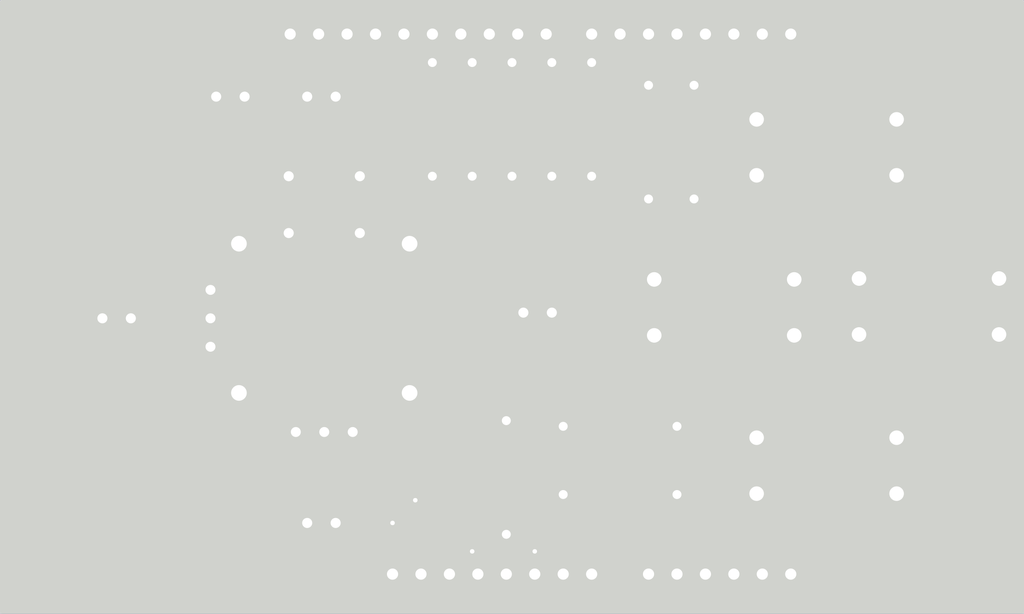
<source format=kicad_pcb>
(kicad_pcb (version 20171130) (host pcbnew "(5.1.6)-1")
  (title_block (title "Joystick Follower") (date 2020-10-09) (rev A) (company "SDSU Mechatronics"))
  (layers (0 F.Cu signal) (31 B.Cu signal) (34 B.Paste user) (35 F.Paste user) (36 B.SilkS user) (37 F.SilkS user) (38 B.Mask user) (39 F.Mask user) (44 Edge.Cuts user))
  (net 0 "")
  (net 1 "Net-(A1-Pad16)")
  (net 2 "Net-(A1-Pad15)")
  (net 3 "Net-(A1-Pad30)")
  (net 4 "Net-(A1-Pad14)")
  (net 5 GND)
  (net 6 "Net-(A1-Pad13)")
  (net 7 "Net-(A1-Pad28)")
  (net 8 "Net-(A1-Pad12)")
  (net 9 "Net-(A1-Pad27)")
  (net 10 "Net-(A1-Pad11)")
  (net 11 "Net-(A1-Pad26)")
  (net 12 "Net-(A1-Pad10)")
  (net 13 "Net-(A1-Pad25)")
  (net 14 "Net-(A1-Pad9)")
  (net 15 "Net-(A1-Pad24)")
  (net 16 "Net-(A1-Pad8)")
  (net 17 "Net-(A1-Pad23)")
  (net 18 "Net-(A1-Pad22)")
  (net 19 "Net-(A1-Pad21)")
  (net 20 /5V)
  (net 21 "Net-(A1-Pad20)")
  (net 22 "Net-(A1-Pad4)")
  (net 23 "Net-(A1-Pad19)")
  (net 24 "Net-(A1-Pad3)")
  (net 25 "Net-(A1-Pad18)")
  (net 26 "Net-(A1-Pad2)")
  (net 27 B1)
  (net 28 "Net-(A1-Pad1)")
  (net 29 "Net-(A1-Pad31)")
  (net 30 "Net-(A1-Pad32)")
  (net 31 "Net-(D1-Pad2)")
  (net 32 "Net-(D2-Pad2)")
  (net 33 "Net-(D3-Pad2)")
  (net 34 "Net-(D4-Pad2)")
  (net 35 "Net-(D5-Pad2)")
  (module COM-09032:XDCR_COM-09032 (layer F.Cu) (at 145.796 109.22)
    (fp_text reference U1 (at -2.625 -15.235) (layer F.SilkS) (effects (font (thickness 0.015))))
    (fp_text value COM-09032)
    (fp_line (start -6.07 -8) (end -5.45 -8) (layer F.SilkS) (width 0.127))
    (fp_line (start -5.45 -8) (end -5.45 -14.3) (layer F.SilkS) (width 0.127))
    (fp_line (start -5.45 -14.3) (end 5.45 -14.3) (layer F.SilkS) (width 0.127))
    (fp_line (start 5.45 -14.3) (end 5.45 -8) (layer F.SilkS) (width 0.127))
    (fp_line (start 5.45 -8) (end 6.08 -8) (layer F.SilkS) (width 0.127))
    (fp_line (start 7.95 -4.1) (end 9.5 -4.1) (layer F.SilkS) (width 0.127))
    (fp_line (start 9.5 -4.1) (end 9.5 4) (layer F.SilkS) (width 0.127))
    (fp_line (start 9.5 4) (end 7.95 4) (layer F.SilkS) (width 0.127))
    (fp_line (start 7.95 4) (end 7.95 5.12) (layer F.SilkS) (width 0.127))
    (fp_line (start 6.08 7.9) (end 4.85 7.9) (layer F.SilkS) (width 0.127))
    (fp_line (start 4.85 7.9) (end 4.85 11.1) (layer F.SilkS) (width 0.127))
    (fp_line (start -4.85 11.1) (end -4.85 7.9) (layer F.SilkS) (width 0.127))
    (fp_line (start -4.85 7.9) (end -6.07 7.9) (layer F.SilkS) (width 0.127))
    (fp_line (start -7.95 5.17) (end -7.95 4.9) (layer F.SilkS) (width 0.127))
    (fp_line (start -7.95 4.9) (end -11.1 4.9) (layer F.SilkS) (width 0.127))
    (fp_line (start -11.1 4.9) (end -11.1 -4.9) (layer F.SilkS) (width 0.127))
    (fp_line (start -11.1 -4.9) (end -7.95 -4.9) (layer F.SilkS) (width 0.127))
    (fp_circle (center -6.05 -13.35) (end -5.95 -13.35) (layer F.SilkS) (width 0.2))
    (pad V3 thru_hole circle (at -10.16 2.54) (size 1.778 1.778) (drill 0.889) (layers *.Cu *.Mask) (net 5 GND))
    (pad V2 thru_hole circle (at -10.16 0) (size 1.778 1.778) (drill 0.889) (layers *.Cu *.Mask) (net 14 "Net-(A1-Pad9)"))
    (pad V1 thru_hole circle (at -10.16 -2.54) (size 1.778 1.778) (drill 0.889) (layers *.Cu *.Mask) (net 20 /5V))
    (pad S4 thru_hole circle (at 7.62 -6.6675) (size 2.286 2.286) (drill 1.397) (layers *.Cu *.Mask) (net 5 GND))
    (pad S3 thru_hole circle (at 7.62 6.6675) (size 2.286 2.286) (drill 1.397) (layers *.Cu *.Mask) (net 5 GND))
    (pad S2 thru_hole circle (at -7.62 6.6675) (size 2.286 2.286) (drill 1.397) (layers *.Cu *.Mask) (net 5 GND))
    (pad S1 thru_hole circle (at -7.62 -6.6675) (size 2.286 2.286) (drill 1.397) (layers *.Cu *.Mask) (net 5 GND))
    (pad H3 thru_hole circle (at 2.54 10.16) (size 1.778 1.778) (drill 0.889) (layers *.Cu *.Mask) (net 5 GND))
    (pad H2 thru_hole circle (at 0 10.16) (size 1.778 1.778) (drill 0.889) (layers *.Cu *.Mask) (net 12 "Net-(A1-Pad10)"))
    (pad H1 thru_hole circle (at -2.54 10.16) (size 1.778 1.778) (drill 0.889) (layers *.Cu *.Mask) (net 20 /5V))
    (pad B2B thru_hole circle (at 3.175 -7.62) (size 1.778 1.778) (drill 0.9) (layers *.Cu *.Mask))
    (pad B2A thru_hole circle (at -3.175 -7.62) (size 1.778 1.778) (drill 0.9) (layers *.Cu *.Mask) (net 5 GND))
    (pad B1B thru_hole circle (at 3.175 -12.7) (size 1.778 1.778) (drill 0.9) (layers *.Cu *.Mask))
    (pad B1A thru_hole circle (at -3.175 -12.7) (size 1.778 1.778) (drill 0.9) (layers *.Cu *.Mask) (net 27 B1))
  )
  (module Button_Switch_THT:SW_PUSH-12mm (layer F.Cu) (at 184.404 119.888)
    (fp_text reference SW4 (at 6.08 -4.66) (layer F.SilkS))
    (fp_text value SW_Push)
    (fp_line (start 0.1 -3.65) (end 12.4 -3.65) (layer F.SilkS) (width 0.12))
    (fp_line (start 12.4 0.93) (end 12.4 4.07) (layer F.SilkS) (width 0.12))
    (fp_line (start 12.4 8.65) (end 0.1 8.65) (layer F.SilkS) (width 0.12))
    (fp_line (start 0.1 -0.93) (end 0.1 -3.65) (layer F.SilkS) (width 0.12))
    (fp_circle (center 6.35 2.54) (end 10.16 5.08) (layer F.SilkS) (width 0.12))
    (fp_line (start 0.1 8.65) (end 0.1 5.93) (layer F.SilkS) (width 0.12))
    (fp_line (start 0.1 4.07) (end 0.1 0.93) (layer F.SilkS) (width 0.12))
    (fp_line (start 12.4 5.93) (end 12.4 8.65) (layer F.SilkS) (width 0.12))
    (fp_line (start 12.4 -3.65) (end 12.4 -0.93) (layer F.SilkS) (width 0.12))
    (pad 2 thru_hole oval (at 0 5) (size 3.048 1.85) (drill 1.3) (layers *.Cu *.Mask) (net 19 "Net-(A1-Pad21)"))
    (pad 1 thru_hole oval (at 0 0) (size 3.048 1.85) (drill 1.3) (layers *.Cu *.Mask) (net 5 GND))
    (pad 2 thru_hole oval (at 12.5 5) (size 3.048 1.85) (drill 1.3) (layers *.Cu *.Mask) (net 19 "Net-(A1-Pad21)"))
    (pad 1 thru_hole oval (at 12.5 0) (size 3.048 1.85) (drill 1.3) (layers *.Cu *.Mask) (net 5 GND))
  )
  (module Button_Switch_THT:SW_PUSH-12mm (layer F.Cu) (at 175.26 105.744)
    (fp_text reference SW3 (at 6.08 -4.66) (layer F.SilkS))
    (fp_text value SW_Push)
    (fp_line (start 0.1 -3.65) (end 12.4 -3.65) (layer F.SilkS) (width 0.12))
    (fp_line (start 12.4 0.93) (end 12.4 4.07) (layer F.SilkS) (width 0.12))
    (fp_line (start 12.4 8.65) (end 0.1 8.65) (layer F.SilkS) (width 0.12))
    (fp_line (start 0.1 -0.93) (end 0.1 -3.65) (layer F.SilkS) (width 0.12))
    (fp_circle (center 6.35 2.54) (end 10.16 5.08) (layer F.SilkS) (width 0.12))
    (fp_line (start 0.1 8.65) (end 0.1 5.93) (layer F.SilkS) (width 0.12))
    (fp_line (start 0.1 4.07) (end 0.1 0.93) (layer F.SilkS) (width 0.12))
    (fp_line (start 12.4 5.93) (end 12.4 8.65) (layer F.SilkS) (width 0.12))
    (fp_line (start 12.4 -3.65) (end 12.4 -0.93) (layer F.SilkS) (width 0.12))
    (pad 2 thru_hole oval (at 0 5) (size 3.048 1.85) (drill 1.3) (layers *.Cu *.Mask) (net 21 "Net-(A1-Pad20)"))
    (pad 1 thru_hole oval (at 0 0) (size 3.048 1.85) (drill 1.3) (layers *.Cu *.Mask) (net 5 GND))
    (pad 2 thru_hole oval (at 12.5 5) (size 3.048 1.85) (drill 1.3) (layers *.Cu *.Mask) (net 21 "Net-(A1-Pad20)"))
    (pad 1 thru_hole oval (at 12.5 0) (size 3.048 1.85) (drill 1.3) (layers *.Cu *.Mask) (net 5 GND))
  )
  (module Button_Switch_THT:SW_PUSH-12mm (layer F.Cu) (at 193.548 105.664)
    (fp_text reference SW2 (at 6.08 -4.66) (layer F.SilkS))
    (fp_text value SW_Push)
    (fp_line (start 0.1 -3.65) (end 12.4 -3.65) (layer F.SilkS) (width 0.12))
    (fp_line (start 12.4 0.93) (end 12.4 4.07) (layer F.SilkS) (width 0.12))
    (fp_line (start 12.4 8.65) (end 0.1 8.65) (layer F.SilkS) (width 0.12))
    (fp_line (start 0.1 -0.93) (end 0.1 -3.65) (layer F.SilkS) (width 0.12))
    (fp_circle (center 6.35 2.54) (end 10.16 5.08) (layer F.SilkS) (width 0.12))
    (fp_line (start 0.1 8.65) (end 0.1 5.93) (layer F.SilkS) (width 0.12))
    (fp_line (start 0.1 4.07) (end 0.1 0.93) (layer F.SilkS) (width 0.12))
    (fp_line (start 12.4 5.93) (end 12.4 8.65) (layer F.SilkS) (width 0.12))
    (fp_line (start 12.4 -3.65) (end 12.4 -0.93) (layer F.SilkS) (width 0.12))
    (pad 2 thru_hole oval (at 0 5) (size 3.048 1.85) (drill 1.3) (layers *.Cu *.Mask) (net 23 "Net-(A1-Pad19)"))
    (pad 1 thru_hole oval (at 0 0) (size 3.048 1.85) (drill 1.3) (layers *.Cu *.Mask) (net 5 GND))
    (pad 2 thru_hole oval (at 12.5 5) (size 3.048 1.85) (drill 1.3) (layers *.Cu *.Mask) (net 23 "Net-(A1-Pad19)"))
    (pad 1 thru_hole oval (at 12.5 0) (size 3.048 1.85) (drill 1.3) (layers *.Cu *.Mask) (net 5 GND))
  )
  (module Button_Switch_THT:SW_PUSH-12mm (layer F.Cu) (at 184.404 91.44)
    (fp_text reference SW1 (at 6.08 -4.66) (layer F.SilkS))
    (fp_text value SW_Push)
    (fp_line (start 0.1 -3.65) (end 12.4 -3.65) (layer F.SilkS) (width 0.12))
    (fp_line (start 12.4 0.93) (end 12.4 4.07) (layer F.SilkS) (width 0.12))
    (fp_line (start 12.4 8.65) (end 0.1 8.65) (layer F.SilkS) (width 0.12))
    (fp_line (start 0.1 -0.93) (end 0.1 -3.65) (layer F.SilkS) (width 0.12))
    (fp_circle (center 6.35 2.54) (end 10.16 5.08) (layer F.SilkS) (width 0.12))
    (fp_line (start 0.1 8.65) (end 0.1 5.93) (layer F.SilkS) (width 0.12))
    (fp_line (start 0.1 4.07) (end 0.1 0.93) (layer F.SilkS) (width 0.12))
    (fp_line (start 12.4 5.93) (end 12.4 8.65) (layer F.SilkS) (width 0.12))
    (fp_line (start 12.4 -3.65) (end 12.4 -0.93) (layer F.SilkS) (width 0.12))
    (pad 2 thru_hole oval (at 0 5) (size 3.048 1.85) (drill 1.3) (layers *.Cu *.Mask) (net 25 "Net-(A1-Pad18)"))
    (pad 1 thru_hole oval (at 0 0) (size 3.048 1.85) (drill 1.3) (layers *.Cu *.Mask) (net 5 GND))
    (pad 2 thru_hole oval (at 12.5 5) (size 3.048 1.85) (drill 1.3) (layers *.Cu *.Mask) (net 25 "Net-(A1-Pad18)"))
    (pad 1 thru_hole oval (at 12.5 0) (size 3.048 1.85) (drill 1.3) (layers *.Cu *.Mask) (net 5 GND))
  )
  (module Resistor_THT:R_Axial_DIN0207_L6.3mm_D2.5mm_P10.16mm_Horizontal (layer F.Cu) (at 178.816 88.392 270)
    (fp_text reference R10 (at 5.08 -2.37 90) (layer F.SilkS))
    (fp_text value 10K)
    (fp_line (start 1.81 -1.37) (end 1.81 1.37) (layer F.SilkS) (width 0.12))
    (fp_line (start 1.81 1.37) (end 8.35 1.37) (layer F.SilkS) (width 0.12))
    (fp_line (start 8.35 1.37) (end 8.35 -1.37) (layer F.SilkS) (width 0.12))
    (fp_line (start 8.35 -1.37) (end 1.81 -1.37) (layer F.SilkS) (width 0.12))
    (fp_line (start 1.04 0) (end 1.81 0) (layer F.SilkS) (width 0.12))
    (fp_line (start 9.12 0) (end 8.35 0) (layer F.SilkS) (width 0.12))
    (pad 2 thru_hole oval (at 10.16 0 270) (size 1.6 1.6) (drill 0.8) (layers *.Cu *.Mask) (net 20 /5V))
    (pad 1 thru_hole circle (at 0 0 270) (size 1.6 1.6) (drill 0.8) (layers *.Cu *.Mask) (net 27 B1))
  )
  (module Resistor_THT:R_Axial_DIN0207_L6.3mm_D2.5mm_P10.16mm_Horizontal (layer F.Cu) (at 174.752 98.552 90)
    (fp_text reference R9 (at 5.08 -2.37 90) (layer F.SilkS))
    (fp_text value 10K)
    (fp_line (start 1.81 -1.37) (end 1.81 1.37) (layer F.SilkS) (width 0.12))
    (fp_line (start 1.81 1.37) (end 8.35 1.37) (layer F.SilkS) (width 0.12))
    (fp_line (start 8.35 1.37) (end 8.35 -1.37) (layer F.SilkS) (width 0.12))
    (fp_line (start 8.35 -1.37) (end 1.81 -1.37) (layer F.SilkS) (width 0.12))
    (fp_line (start 1.04 0) (end 1.81 0) (layer F.SilkS) (width 0.12))
    (fp_line (start 9.12 0) (end 8.35 0) (layer F.SilkS) (width 0.12))
    (pad 2 thru_hole oval (at 10.16 0 90) (size 1.6 1.6) (drill 0.8) (layers *.Cu *.Mask) (net 25 "Net-(A1-Pad18)"))
    (pad 1 thru_hole circle (at 0 0 90) (size 1.6 1.6) (drill 0.8) (layers *.Cu *.Mask) (net 20 /5V))
  )
  (module Resistor_THT:R_Axial_DIN0207_L6.3mm_D2.5mm_P10.16mm_Horizontal (layer F.Cu) (at 167.132 118.872)
    (fp_text reference R8 (at 5.08 -2.37) (layer F.SilkS))
    (fp_text value 10K)
    (fp_line (start 1.81 -1.37) (end 1.81 1.37) (layer F.SilkS) (width 0.12))
    (fp_line (start 1.81 1.37) (end 8.35 1.37) (layer F.SilkS) (width 0.12))
    (fp_line (start 8.35 1.37) (end 8.35 -1.37) (layer F.SilkS) (width 0.12))
    (fp_line (start 8.35 -1.37) (end 1.81 -1.37) (layer F.SilkS) (width 0.12))
    (fp_line (start 1.04 0) (end 1.81 0) (layer F.SilkS) (width 0.12))
    (fp_line (start 9.12 0) (end 8.35 0) (layer F.SilkS) (width 0.12))
    (pad 2 thru_hole oval (at 10.16 0) (size 1.6 1.6) (drill 0.8) (layers *.Cu *.Mask) (net 23 "Net-(A1-Pad19)"))
    (pad 1 thru_hole circle (at 0 0) (size 1.6 1.6) (drill 0.8) (layers *.Cu *.Mask) (net 20 /5V))
  )
  (module Resistor_THT:R_Axial_DIN0207_L6.3mm_D2.5mm_P10.16mm_Horizontal (layer F.Cu) (at 162.052 128.524 90)
    (fp_text reference R7 (at 5.08 -2.37 90) (layer F.SilkS))
    (fp_text value 10K)
    (fp_line (start 1.81 -1.37) (end 1.81 1.37) (layer F.SilkS) (width 0.12))
    (fp_line (start 1.81 1.37) (end 8.35 1.37) (layer F.SilkS) (width 0.12))
    (fp_line (start 8.35 1.37) (end 8.35 -1.37) (layer F.SilkS) (width 0.12))
    (fp_line (start 8.35 -1.37) (end 1.81 -1.37) (layer F.SilkS) (width 0.12))
    (fp_line (start 1.04 0) (end 1.81 0) (layer F.SilkS) (width 0.12))
    (fp_line (start 9.12 0) (end 8.35 0) (layer F.SilkS) (width 0.12))
    (pad 2 thru_hole oval (at 10.16 0 90) (size 1.6 1.6) (drill 0.8) (layers *.Cu *.Mask) (net 21 "Net-(A1-Pad20)"))
    (pad 1 thru_hole circle (at 0 0 90) (size 1.6 1.6) (drill 0.8) (layers *.Cu *.Mask) (net 20 /5V))
  )
  (module Resistor_THT:R_Axial_DIN0207_L6.3mm_D2.5mm_P10.16mm_Horizontal (layer F.Cu) (at 159.004 86.36 270)
    (fp_text reference R6 (at 12.192 0 180) (layer F.SilkS))
    (fp_text value 160)
    (fp_line (start 1.81 -1.37) (end 1.81 1.37) (layer F.SilkS) (width 0.12))
    (fp_line (start 1.81 1.37) (end 8.35 1.37) (layer F.SilkS) (width 0.12))
    (fp_line (start 8.35 1.37) (end 8.35 -1.37) (layer F.SilkS) (width 0.12))
    (fp_line (start 8.35 -1.37) (end 1.81 -1.37) (layer F.SilkS) (width 0.12))
    (fp_line (start 1.04 0) (end 1.81 0) (layer F.SilkS) (width 0.12))
    (fp_line (start 9.12 0) (end 8.35 0) (layer F.SilkS) (width 0.12))
    (pad 2 thru_hole oval (at 10.16 0 270) (size 1.6 1.6) (drill 0.8) (layers *.Cu *.Mask) (net 34 "Net-(D4-Pad2)"))
    (pad 1 thru_hole circle (at 0 0 270) (size 1.6 1.6) (drill 0.8) (layers *.Cu *.Mask) (net 13 "Net-(A1-Pad25)"))
  )
  (module Resistor_THT:R_Axial_DIN0207_L6.3mm_D2.5mm_P10.16mm_Horizontal (layer F.Cu) (at 155.448 86.36 270)
    (fp_text reference R5 (at 12.192 0 180) (layer F.SilkS))
    (fp_text value 160)
    (fp_line (start 1.81 -1.37) (end 1.81 1.37) (layer F.SilkS) (width 0.12))
    (fp_line (start 1.81 1.37) (end 8.35 1.37) (layer F.SilkS) (width 0.12))
    (fp_line (start 8.35 1.37) (end 8.35 -1.37) (layer F.SilkS) (width 0.12))
    (fp_line (start 8.35 -1.37) (end 1.81 -1.37) (layer F.SilkS) (width 0.12))
    (fp_line (start 1.04 0) (end 1.81 0) (layer F.SilkS) (width 0.12))
    (fp_line (start 9.12 0) (end 8.35 0) (layer F.SilkS) (width 0.12))
    (pad 2 thru_hole oval (at 10.16 0 270) (size 1.6 1.6) (drill 0.8) (layers *.Cu *.Mask) (net 35 "Net-(D5-Pad2)"))
    (pad 1 thru_hole circle (at 0 0 270) (size 1.6 1.6) (drill 0.8) (layers *.Cu *.Mask) (net 11 "Net-(A1-Pad26)"))
  )
  (module Resistor_THT:R_Axial_DIN0207_L6.3mm_D2.5mm_P10.16mm_Horizontal (layer F.Cu) (at 162.56 86.36 270)
    (fp_text reference R4 (at 12.192 0 180) (layer F.SilkS))
    (fp_text value 160)
    (fp_line (start 1.81 -1.37) (end 1.81 1.37) (layer F.SilkS) (width 0.12))
    (fp_line (start 1.81 1.37) (end 8.35 1.37) (layer F.SilkS) (width 0.12))
    (fp_line (start 8.35 1.37) (end 8.35 -1.37) (layer F.SilkS) (width 0.12))
    (fp_line (start 8.35 -1.37) (end 1.81 -1.37) (layer F.SilkS) (width 0.12))
    (fp_line (start 1.04 0) (end 1.81 0) (layer F.SilkS) (width 0.12))
    (fp_line (start 9.12 0) (end 8.35 0) (layer F.SilkS) (width 0.12))
    (pad 2 thru_hole oval (at 10.16 0 270) (size 1.6 1.6) (drill 0.8) (layers *.Cu *.Mask) (net 33 "Net-(D3-Pad2)"))
    (pad 1 thru_hole circle (at 0 0 270) (size 1.6 1.6) (drill 0.8) (layers *.Cu *.Mask) (net 15 "Net-(A1-Pad24)"))
  )
  (module Resistor_THT:R_Axial_DIN0207_L6.3mm_D2.5mm_P10.16mm_Horizontal (layer F.Cu) (at 166.116 86.36 270)
    (fp_text reference R3 (at 12.192 0) (layer F.SilkS))
    (fp_text value 160)
    (fp_line (start 1.81 -1.37) (end 1.81 1.37) (layer F.SilkS) (width 0.12))
    (fp_line (start 1.81 1.37) (end 8.35 1.37) (layer F.SilkS) (width 0.12))
    (fp_line (start 8.35 1.37) (end 8.35 -1.37) (layer F.SilkS) (width 0.12))
    (fp_line (start 8.35 -1.37) (end 1.81 -1.37) (layer F.SilkS) (width 0.12))
    (fp_line (start 1.04 0) (end 1.81 0) (layer F.SilkS) (width 0.12))
    (fp_line (start 9.12 0) (end 8.35 0) (layer F.SilkS) (width 0.12))
    (pad 2 thru_hole oval (at 10.16 0 270) (size 1.6 1.6) (drill 0.8) (layers *.Cu *.Mask) (net 32 "Net-(D2-Pad2)"))
    (pad 1 thru_hole circle (at 0 0 270) (size 1.6 1.6) (drill 0.8) (layers *.Cu *.Mask) (net 17 "Net-(A1-Pad23)"))
  )
  (module Resistor_THT:R_Axial_DIN0207_L6.3mm_D2.5mm_P10.16mm_Horizontal (layer F.Cu) (at 169.672 86.36 270)
    (fp_text reference R2 (at 12.192 0 180) (layer F.SilkS))
    (fp_text value 160)
    (fp_line (start 1.81 -1.37) (end 1.81 1.37) (layer F.SilkS) (width 0.12))
    (fp_line (start 1.81 1.37) (end 8.35 1.37) (layer F.SilkS) (width 0.12))
    (fp_line (start 8.35 1.37) (end 8.35 -1.37) (layer F.SilkS) (width 0.12))
    (fp_line (start 8.35 -1.37) (end 1.81 -1.37) (layer F.SilkS) (width 0.12))
    (fp_line (start 1.04 0) (end 1.81 0) (layer F.SilkS) (width 0.12))
    (fp_line (start 9.12 0) (end 8.35 0) (layer F.SilkS) (width 0.12))
    (pad 2 thru_hole oval (at 10.16 0 270) (size 1.6 1.6) (drill 0.8) (layers *.Cu *.Mask) (net 31 "Net-(D1-Pad2)"))
    (pad 1 thru_hole circle (at 0 0 270) (size 1.6 1.6) (drill 0.8) (layers *.Cu *.Mask) (net 18 "Net-(A1-Pad22)"))
  )
  (module Resistor_THT:R_Axial_DIN0207_L6.3mm_D2.5mm_P10.16mm_Horizontal (layer F.Cu) (at 167.132 124.968)
    (fp_text reference R1 (at 5.08 -2.37) (layer F.SilkS))
    (fp_text value 10K)
    (fp_line (start 1.81 -1.37) (end 1.81 1.37) (layer F.SilkS) (width 0.12))
    (fp_line (start 1.81 1.37) (end 8.35 1.37) (layer F.SilkS) (width 0.12))
    (fp_line (start 8.35 1.37) (end 8.35 -1.37) (layer F.SilkS) (width 0.12))
    (fp_line (start 8.35 -1.37) (end 1.81 -1.37) (layer F.SilkS) (width 0.12))
    (fp_line (start 1.04 0) (end 1.81 0) (layer F.SilkS) (width 0.12))
    (fp_line (start 9.12 0) (end 8.35 0) (layer F.SilkS) (width 0.12))
    (pad 2 thru_hole oval (at 10.16 0) (size 1.6 1.6) (drill 0.8) (layers *.Cu *.Mask) (net 19 "Net-(A1-Pad21)"))
    (pad 1 thru_hole circle (at 0 0) (size 1.6 1.6) (drill 0.8) (layers *.Cu *.Mask) (net 20 /5V))
  )
  (module LED_THT:LED_D5.0mm (layer F.Cu) (at 136.144 89.408)
    (fp_text reference D5 (at 1.27 -3.96) (layer F.SilkS))
    (fp_text value GREEN)
    (fp_circle (center 1.27 0) (end 3.77 0) (layer F.SilkS) (width 0.12))
    (fp_line (start -1.29 -1.545) (end -1.29 1.545) (layer F.SilkS) (width 0.12))
    (fp_arc (start 1.27 0) (end -1.29 1.54483) (angle -148.9) (layer F.SilkS) (width 0.12))
    (fp_arc (start 1.27 0) (end -1.29 -1.54483) (angle 148.9) (layer F.SilkS) (width 0.12))
    (pad 2 thru_hole circle (at 2.54 0) (size 1.8 1.8) (drill 0.9) (layers *.Cu *.Mask) (net 35 "Net-(D5-Pad2)"))
    (pad 1 thru_hole rect (at 0 0) (size 1.8 1.8) (drill 0.9) (layers *.Cu *.Mask) (net 5 GND))
  )
  (module LED_THT:LED_D5.0mm (layer F.Cu) (at 125.984 109.22)
    (fp_text reference D4 (at 1.27 -3.96) (layer F.SilkS))
    (fp_text value RED)
    (fp_circle (center 1.27 0) (end 3.77 0) (layer F.SilkS) (width 0.12))
    (fp_line (start -1.29 -1.545) (end -1.29 1.545) (layer F.SilkS) (width 0.12))
    (fp_arc (start 1.27 0) (end -1.29 1.54483) (angle -148.9) (layer F.SilkS) (width 0.12))
    (fp_arc (start 1.27 0) (end -1.29 -1.54483) (angle 148.9) (layer F.SilkS) (width 0.12))
    (pad 2 thru_hole circle (at 2.54 0) (size 1.8 1.8) (drill 0.9) (layers *.Cu *.Mask) (net 34 "Net-(D4-Pad2)"))
    (pad 1 thru_hole rect (at 0 0) (size 1.8 1.8) (drill 0.9) (layers *.Cu *.Mask) (net 5 GND))
  )
  (module LED_THT:LED_D5.0mm (layer F.Cu) (at 144.272 127.508)
    (fp_text reference D3 (at 1.27 -3.96) (layer F.SilkS))
    (fp_text value RED)
    (fp_circle (center 1.27 0) (end 3.77 0) (layer F.SilkS) (width 0.12))
    (fp_line (start -1.29 -1.545) (end -1.29 1.545) (layer F.SilkS) (width 0.12))
    (fp_arc (start 1.27 0) (end -1.29 1.54483) (angle -148.9) (layer F.SilkS) (width 0.12))
    (fp_arc (start 1.27 0) (end -1.29 -1.54483) (angle 148.9) (layer F.SilkS) (width 0.12))
    (pad 2 thru_hole circle (at 2.54 0) (size 1.8 1.8) (drill 0.9) (layers *.Cu *.Mask) (net 33 "Net-(D3-Pad2)"))
    (pad 1 thru_hole rect (at 0 0) (size 1.8 1.8) (drill 0.9) (layers *.Cu *.Mask) (net 5 GND))
  )
  (module LED_THT:LED_D5.0mm (layer F.Cu) (at 163.576 108.712)
    (fp_text reference D2 (at 1.27 -3.96) (layer F.SilkS))
    (fp_text value RED)
    (fp_circle (center 1.27 0) (end 3.77 0) (layer F.SilkS) (width 0.12))
    (fp_line (start -1.29 -1.545) (end -1.29 1.545) (layer F.SilkS) (width 0.12))
    (fp_arc (start 1.27 0) (end -1.29 1.54483) (angle -148.9) (layer F.SilkS) (width 0.12))
    (fp_arc (start 1.27 0) (end -1.29 -1.54483) (angle 148.9) (layer F.SilkS) (width 0.12))
    (pad 2 thru_hole circle (at 2.54 0) (size 1.8 1.8) (drill 0.9) (layers *.Cu *.Mask) (net 32 "Net-(D2-Pad2)"))
    (pad 1 thru_hole rect (at 0 0) (size 1.8 1.8) (drill 0.9) (layers *.Cu *.Mask) (net 5 GND))
  )
  (module LED_THT:LED_D5.0mm (layer F.Cu) (at 144.272 89.408)
    (fp_text reference D1 (at 1.27 -3.96) (layer F.SilkS))
    (fp_text value RED)
    (fp_circle (center 1.27 0) (end 3.77 0) (layer F.SilkS) (width 0.12))
    (fp_line (start -1.29 -1.545) (end -1.29 1.545) (layer F.SilkS) (width 0.12))
    (fp_arc (start 1.27 0) (end -1.29 1.54483) (angle -148.9) (layer F.SilkS) (width 0.12))
    (fp_arc (start 1.27 0) (end -1.29 -1.54483) (angle 148.9) (layer F.SilkS) (width 0.12))
    (pad 2 thru_hole circle (at 2.54 0) (size 1.8 1.8) (drill 0.9) (layers *.Cu *.Mask) (net 31 "Net-(D1-Pad2)"))
    (pad 1 thru_hole rect (at 0 0) (size 1.8 1.8) (drill 0.9) (layers *.Cu *.Mask) (net 5 GND))
  )
  (module Module:Arduino_UNO_R3 (layer B.Cu) (at 151.892 132.08)
    (fp_text reference A1 (at 39.624 -48.768 -180) (layer B.SilkS) (effects (justify mirror)))
    (fp_text value Arduino_UNO_R3)
    (fp_line (start 40.77 -35.31) (end 40.77 -2.54) (layer B.SilkS) (width 0.12))
    (fp_line (start 40.77 -2.54) (end 38.23 0) (layer B.SilkS) (width 0.12))
    (fp_line (start 38.23 0) (end 38.23 2.67) (layer B.SilkS) (width 0.12))
    (fp_line (start 38.23 2.67) (end -28.07 2.67) (layer B.SilkS) (width 0.12))
    (fp_line (start -28.07 2.67) (end -28.07 -0.51) (layer B.SilkS) (width 0.12))
    (fp_line (start -28.07 -0.51) (end -29.97 -0.51) (layer B.SilkS) (width 0.12))
    (fp_line (start -29.97 -0.51) (end -29.97 -9.65) (layer B.SilkS) (width 0.12))
    (fp_line (start -29.97 -9.65) (end -28.07 -9.65) (layer B.SilkS) (width 0.12))
    (fp_line (start -28.07 -9.65) (end -28.07 -29.72) (layer B.SilkS) (width 0.12))
    (fp_line (start -28.07 -29.72) (end -34.42 -29.72) (layer B.SilkS) (width 0.12))
    (fp_line (start -34.42 -29.72) (end -34.42 -41.4) (layer B.SilkS) (width 0.12))
    (fp_line (start -34.42 -41.4) (end -28.07 -41.4) (layer B.SilkS) (width 0.12))
    (fp_line (start -28.07 -41.4) (end -28.07 -50.93) (layer B.SilkS) (width 0.12))
    (fp_line (start -28.07 -50.93) (end 36.58 -50.93) (layer B.SilkS) (width 0.12))
    (fp_line (start 36.58 -50.93) (end 38.23 -49.28) (layer B.SilkS) (width 0.12))
    (fp_line (start 38.23 -49.28) (end 38.23 -37.85) (layer B.SilkS) (width 0.12))
    (fp_line (start 38.23 -37.85) (end 40.77 -35.31) (layer B.SilkS) (width 0.12))
    (pad 16 thru_hole oval (at 33.02 -48.26 270) (size 1.6 1.6) (drill 1) (layers *.Cu *.Mask) (net 1 "Net-(A1-Pad16)"))
    (pad 15 thru_hole oval (at 35.56 -48.26 270) (size 1.6 1.6) (drill 1) (layers *.Cu *.Mask) (net 2 "Net-(A1-Pad15)"))
    (pad 30 thru_hole oval (at -4.06 -48.26 270) (size 1.6 1.6) (drill 1) (layers *.Cu *.Mask) (net 3 "Net-(A1-Pad30)"))
    (pad 14 thru_hole oval (at 35.56 0 270) (size 1.6 1.6) (drill 1) (layers *.Cu *.Mask) (net 4 "Net-(A1-Pad14)"))
    (pad 29 thru_hole oval (at -1.52 -48.26 270) (size 1.6 1.6) (drill 1) (layers *.Cu *.Mask) (net 5 GND))
    (pad 13 thru_hole oval (at 33.02 0 270) (size 1.6 1.6) (drill 1) (layers *.Cu *.Mask) (net 6 "Net-(A1-Pad13)"))
    (pad 28 thru_hole oval (at 1.02 -48.26 270) (size 1.6 1.6) (drill 1) (layers *.Cu *.Mask) (net 7 "Net-(A1-Pad28)"))
    (pad 12 thru_hole oval (at 30.48 0 270) (size 1.6 1.6) (drill 1) (layers *.Cu *.Mask) (net 8 "Net-(A1-Pad12)"))
    (pad 27 thru_hole oval (at 3.56 -48.26 270) (size 1.6 1.6) (drill 1) (layers *.Cu *.Mask) (net 9 "Net-(A1-Pad27)"))
    (pad 11 thru_hole oval (at 27.94 0 270) (size 1.6 1.6) (drill 1) (layers *.Cu *.Mask) (net 10 "Net-(A1-Pad11)"))
    (pad 26 thru_hole oval (at 6.1 -48.26 270) (size 1.6 1.6) (drill 1) (layers *.Cu *.Mask) (net 11 "Net-(A1-Pad26)"))
    (pad 10 thru_hole oval (at 25.4 0 270) (size 1.6 1.6) (drill 1) (layers *.Cu *.Mask) (net 12 "Net-(A1-Pad10)"))
    (pad 25 thru_hole oval (at 8.64 -48.26 270) (size 1.6 1.6) (drill 1) (layers *.Cu *.Mask) (net 13 "Net-(A1-Pad25)"))
    (pad 9 thru_hole oval (at 22.86 0 270) (size 1.6 1.6) (drill 1) (layers *.Cu *.Mask) (net 14 "Net-(A1-Pad9)"))
    (pad 24 thru_hole oval (at 11.18 -48.26 270) (size 1.6 1.6) (drill 1) (layers *.Cu *.Mask) (net 15 "Net-(A1-Pad24)"))
    (pad 8 thru_hole oval (at 17.78 0 270) (size 1.6 1.6) (drill 1) (layers *.Cu *.Mask) (net 16 "Net-(A1-Pad8)"))
    (pad 23 thru_hole oval (at 13.72 -48.26 270) (size 1.6 1.6) (drill 1) (layers *.Cu *.Mask) (net 17 "Net-(A1-Pad23)"))
    (pad 7 thru_hole oval (at 15.24 0 270) (size 1.6 1.6) (drill 1) (layers *.Cu *.Mask) (net 5 GND))
    (pad 22 thru_hole oval (at 17.78 -48.26 270) (size 1.6 1.6) (drill 1) (layers *.Cu *.Mask) (net 18 "Net-(A1-Pad22)"))
    (pad 6 thru_hole oval (at 12.7 0 270) (size 1.6 1.6) (drill 1) (layers *.Cu *.Mask) (net 5 GND))
    (pad 21 thru_hole oval (at 20.32 -48.26 270) (size 1.6 1.6) (drill 1) (layers *.Cu *.Mask) (net 19 "Net-(A1-Pad21)"))
    (pad 5 thru_hole oval (at 10.16 0 270) (size 1.6 1.6) (drill 1) (layers *.Cu *.Mask) (net 20 /5V))
    (pad 20 thru_hole oval (at 22.86 -48.26 270) (size 1.6 1.6) (drill 1) (layers *.Cu *.Mask) (net 21 "Net-(A1-Pad20)"))
    (pad 4 thru_hole oval (at 7.62 0 270) (size 1.6 1.6) (drill 1) (layers *.Cu *.Mask) (net 22 "Net-(A1-Pad4)"))
    (pad 19 thru_hole oval (at 25.4 -48.26 270) (size 1.6 1.6) (drill 1) (layers *.Cu *.Mask) (net 23 "Net-(A1-Pad19)"))
    (pad 3 thru_hole oval (at 5.08 0 270) (size 1.6 1.6) (drill 1) (layers *.Cu *.Mask) (net 24 "Net-(A1-Pad3)"))
    (pad 18 thru_hole oval (at 27.94 -48.26 270) (size 1.6 1.6) (drill 1) (layers *.Cu *.Mask) (net 25 "Net-(A1-Pad18)"))
    (pad 2 thru_hole oval (at 2.54 0 270) (size 1.6 1.6) (drill 1) (layers *.Cu *.Mask) (net 26 "Net-(A1-Pad2)"))
    (pad 17 thru_hole oval (at 30.48 -48.26 270) (size 1.6 1.6) (drill 1) (layers *.Cu *.Mask) (net 27 B1))
    (pad 1 thru_hole rect (at 0 0 270) (size 1.6 1.6) (drill 1) (layers *.Cu *.Mask) (net 28 "Net-(A1-Pad1)"))
    (pad 31 thru_hole oval (at -6.6 -48.26 270) (size 1.6 1.6) (drill 1) (layers *.Cu *.Mask) (net 29 "Net-(A1-Pad31)"))
    (pad 32 thru_hole oval (at -9.14 -48.26 270) (size 1.6 1.6) (drill 1) (layers *.Cu *.Mask) (net 30 "Net-(A1-Pad32)"))
  )
  (gr_text "Joystick Follower REV A\nSDSU Mechatronics" (at 118.364 133.096) (layer F.SilkS) (effects (font (size 1 1)) (justify left)))
  (segment (start 157.988 83.82) (end 157.992 83.82) (width 0.25) (layer F.Cu) (net 11))
  (segment (start 155.448 86.36) (end 157.988 83.82) (width 0.25) (layer F.Cu) (net 11))
  (segment (start 145.796 119.38) (end 152.908 126.492) (width 0.25) (layer F.Cu) (net 12))
  (segment (start 152.908 126.492) (end 165.608 126.492) (width 0.25) (layer F.Cu) (net 12))
  (segment (start 165.608 126.492) (end 169.164 130.048) (width 0.25) (layer F.Cu) (net 12))
  (segment (start 175.26 130.048) (end 177.292 132.08) (width 0.25) (layer F.Cu) (net 12))
  (segment (start 169.164 130.048) (end 175.26 130.048) (width 0.25) (layer F.Cu) (net 12))
  (segment (start 160.532 84.832) (end 160.532 83.82) (width 0.25) (layer F.Cu) (net 13))
  (segment (start 159.004 86.36) (end 160.532 84.832) (width 0.25) (layer F.Cu) (net 13))
  (segment (start 174.752 132.08) (end 172.72 130.048) (width 0.25) (layer B.Cu) (net 14))
  (segment (start 172.72 130.048) (end 164.592 130.048) (width 0.25) (layer B.Cu) (net 14))
  (segment (start 164.592 130.048) (end 164.592 130.048) (width 0.25) (layer B.Cu) (net 14))
  (via (at 164.592 130.048) (size 0.8) (drill 0.4) (layers F.Cu B.Cu) (net 14))
  (segment (start 164.592 130.048) (end 159.004 130.048) (width 0.25) (layer F.Cu) (net 14))
  (segment (start 159.004 130.048) (end 159.004 130.048) (width 0.25) (layer F.Cu) (net 14))
  (via (at 159.004 130.048) (size 0.8) (drill 0.4) (layers F.Cu B.Cu) (net 14))
  (segment (start 159.004 130.048) (end 159.004 128.251278) (width 0.25) (layer B.Cu) (net 14))
  (segment (start 137.785639 123.561639) (end 154.314361 123.561639) (width 0.25) (layer B.Cu) (net 14))
  (segment (start 159.004 128.251278) (end 154.314361 123.561639) (width 0.25) (layer B.Cu) (net 14))
  (segment (start 135.636 109.22) (end 133.604 109.22) (width 0.25) (layer B.Cu) (net 14))
  (segment (start 133.604 109.22) (end 132.08 110.744) (width 0.25) (layer B.Cu) (net 14))
  (segment (start 132.08 117.856) (end 137.785639 123.561639) (width 0.25) (layer B.Cu) (net 14))
  (segment (start 132.08 110.744) (end 132.08 117.856) (width 0.25) (layer B.Cu) (net 14))
  (segment (start 162.56 86.36) (end 162.56 85.852) (width 0.25) (layer F.Cu) (net 15))
  (segment (start 163.072 85.34) (end 163.072 83.82) (width 0.25) (layer F.Cu) (net 15))
  (segment (start 162.56 85.852) (end 163.072 85.34) (width 0.25) (layer F.Cu) (net 15))
  (segment (start 166.116 86.36) (end 166.116 85.852) (width 0.25) (layer F.Cu) (net 17))
  (segment (start 165.612 85.348) (end 165.612 83.82) (width 0.25) (layer F.Cu) (net 17))
  (segment (start 166.116 85.852) (end 165.612 85.348) (width 0.25) (layer F.Cu) (net 17))
  (segment (start 169.672 83.82) (end 169.672 86.36) (width 0.25) (layer F.Cu) (net 18))
  (segment (start 184.404 124.888) (end 196.904 124.888) (width 0.25) (layer F.Cu) (net 19))
  (segment (start 177.372 124.888) (end 177.292 124.968) (width 0.25) (layer F.Cu) (net 19))
  (segment (start 184.404 124.888) (end 177.372 124.888) (width 0.25) (layer F.Cu) (net 19))
  (segment (start 172.212 85.852) (end 172.212 83.82) (width 0.25) (layer F.Cu) (net 19))
  (segment (start 171.196 86.868) (end 172.212 85.852) (width 0.25) (layer F.Cu) (net 19))
  (segment (start 177.292 124.968) (end 171.196 118.872) (width 0.25) (layer F.Cu) (net 19))
  (segment (start 171.196 118.872) (end 171.196 86.868) (width 0.25) (layer F.Cu) (net 19))
  (segment (start 162.052 128.524) (end 162.052 132.08) (width 1) (layer B.Cu) (net 20))
  (segment (start 162.052 128.524) (end 165.1 128.524) (width 1) (layer B.Cu) (net 20))
  (segment (start 167.132 126.492) (end 167.132 124.968) (width 1) (layer B.Cu) (net 20))
  (segment (start 165.1 128.524) (end 167.132 126.492) (width 1) (layer B.Cu) (net 20))
  (segment (start 167.132 118.872) (end 167.132 124.968) (width 1) (layer B.Cu) (net 20))
  (segment (start 167.132 118.872) (end 172.212 118.872) (width 1) (layer B.Cu) (net 20))
  (segment (start 178.816 112.268) (end 178.816 98.552) (width 1) (layer B.Cu) (net 20))
  (segment (start 172.212 118.872) (end 178.816 112.268) (width 1) (layer B.Cu) (net 20))
  (segment (start 178.816 98.552) (end 174.752 98.552) (width 1) (layer B.Cu) (net 20))
  (segment (start 135.636 106.68) (end 138.684 106.68) (width 1) (layer B.Cu) (net 20))
  (segment (start 143.256 111.252) (end 143.256 119.38) (width 1) (layer B.Cu) (net 20))
  (segment (start 138.684 106.68) (end 143.256 111.252) (width 1) (layer B.Cu) (net 20))
  (segment (start 162.052 128.524) (end 155.448 121.92) (width 1) (layer B.Cu) (net 20))
  (segment (start 145.796 121.92) (end 143.256 119.38) (width 1) (layer B.Cu) (net 20))
  (segment (start 155.448 121.92) (end 145.796 121.92) (width 1) (layer B.Cu) (net 20))
  (segment (start 175.26 110.744) (end 187.76 110.744) (width 0.25) (layer F.Cu) (net 21))
  (segment (start 175.26 110.744) (end 175.26 112.268) (width 0.25) (layer B.Cu) (net 21))
  (segment (start 175.26 112.268) (end 172.212 115.316) (width 0.25) (layer B.Cu) (net 21))
  (segment (start 165.1 115.316) (end 162.052 118.364) (width 0.25) (layer B.Cu) (net 21))
  (segment (start 172.212 115.316) (end 165.1 115.316) (width 0.25) (layer B.Cu) (net 21))
  (segment (start 175.26 110.744) (end 175.26 109.22) (width 0.25) (layer F.Cu) (net 21))
  (segment (start 175.26 109.22) (end 172.212 106.172) (width 0.25) (layer F.Cu) (net 21))
  (segment (start 173.228 87.376) (end 172.212 88.392) (width 0.25) (layer F.Cu) (net 21))
  (segment (start 174.752 83.82) (end 173.228 85.344) (width 0.25) (layer F.Cu) (net 21))
  (segment (start 172.212 88.392) (end 172.212 106.172) (width 0.25) (layer F.Cu) (net 21))
  (segment (start 173.228 85.344) (end 173.228 87.376) (width 0.25) (layer F.Cu) (net 21))
  (segment (start 206.048 110.664) (end 193.548 110.664) (width 0.25) (layer F.Cu) (net 23))
  (segment (start 193.548 112.776) (end 193.548 110.664) (width 0.25) (layer F.Cu) (net 23))
  (segment (start 191.008 115.316) (end 193.548 112.776) (width 0.25) (layer F.Cu) (net 23))
  (segment (start 190.5 91.44) (end 190.5 104.648) (width 0.25) (layer B.Cu) (net 23))
  (segment (start 185.928 86.868) (end 190.5 91.44) (width 0.25) (layer B.Cu) (net 23))
  (segment (start 177.8 86.868) (end 185.928 86.868) (width 0.25) (layer B.Cu) (net 23))
  (segment (start 177.292 83.82) (end 177.292 86.36) (width 0.25) (layer B.Cu) (net 23))
  (segment (start 177.292 86.36) (end 177.8 86.868) (width 0.25) (layer B.Cu) (net 23))
  (segment (start 193.548 110.664) (end 193.548 109.22) (width 0.25) (layer B.Cu) (net 23))
  (segment (start 193.548 109.22) (end 190.5 106.172) (width 0.25) (layer B.Cu) (net 23))
  (segment (start 190.5 104.648) (end 190.5 106.172) (width 0.25) (layer B.Cu) (net 23))
  (segment (start 178.308 115.316) (end 191.008 115.316) (width 0.25) (layer F.Cu) (net 23))
  (segment (start 177.292 116.332) (end 178.308 115.316) (width 0.25) (layer F.Cu) (net 23))
  (segment (start 177.292 118.872) (end 177.292 116.332) (width 0.25) (layer F.Cu) (net 23))
  (segment (start 179.832 85.344) (end 179.832 83.82) (width 0.25) (layer F.Cu) (net 25))
  (segment (start 179.324 85.852) (end 179.832 85.344) (width 0.25) (layer F.Cu) (net 25))
  (segment (start 174.752 86.36) (end 175.26 85.852) (width 0.25) (layer F.Cu) (net 25))
  (segment (start 174.752 88.392) (end 174.752 86.36) (width 0.25) (layer F.Cu) (net 25))
  (segment (start 175.26 85.852) (end 179.324 85.852) (width 0.25) (layer F.Cu) (net 25))
  (segment (start 196.904 96.44) (end 184.404 96.44) (width 0.25) (layer F.Cu) (net 25))
  (segment (start 181.276 96.44) (end 184.404 96.44) (width 0.25) (layer F.Cu) (net 25))
  (segment (start 174.752 88.392) (end 174.752 89.916) (width 0.25) (layer F.Cu) (net 25))
  (segment (start 174.752 89.916) (end 181.276 96.44) (width 0.25) (layer F.Cu) (net 25))
  (segment (start 182.372 83.82) (end 182.372 85.852) (width 0.25) (layer F.Cu) (net 27))
  (segment (start 179.832 88.392) (end 178.816 88.392) (width 0.25) (layer F.Cu) (net 27))
  (segment (start 182.372 85.852) (end 179.832 88.392) (width 0.25) (layer F.Cu) (net 27))
  (segment (start 178.816 88.392) (end 178.816 90.424) (width 0.25) (layer B.Cu) (net 27))
  (segment (start 178.816 90.424) (end 176.784 92.456) (width 0.25) (layer B.Cu) (net 27))
  (segment (start 146.685 92.456) (end 142.621 96.52) (width 0.25) (layer B.Cu) (net 27))
  (segment (start 176.784 92.456) (end 146.685 92.456) (width 0.25) (layer B.Cu) (net 27))
  (segment (start 162.56 89.408) (end 169.672 96.52) (width 0.25) (layer F.Cu) (net 31))
  (segment (start 146.812 89.408) (end 162.56 89.408) (width 0.25) (layer F.Cu) (net 31))
  (segment (start 166.116 100.076) (end 166.116 96.52) (width 0.25) (layer F.Cu) (net 32))
  (segment (start 166.116 100.076) (end 166.116 108.712) (width 0.25) (layer F.Cu) (net 32))
  (segment (start 162.56 96.52) (end 162.56 101.6) (width 0.25) (layer F.Cu) (net 33))
  (segment (start 162.56 101.6) (end 160.02 104.14) (width 0.25) (layer F.Cu) (net 33))
  (segment (start 160.02 104.14) (end 160.02 119.38) (width 0.25) (layer F.Cu) (net 33))
  (segment (start 160.02 119.38) (end 153.924 125.476) (width 0.25) (layer F.Cu) (net 33))
  (segment (start 153.924 125.476) (end 153.924 125.476) (width 0.25) (layer F.Cu) (net 33))
  (via (at 153.924 125.476) (size 0.8) (drill 0.4) (layers F.Cu B.Cu) (net 33))
  (segment (start 153.924 125.476) (end 151.892 127.508) (width 0.25) (layer B.Cu) (net 33))
  (segment (start 151.892 127.508) (end 151.892 127.508) (width 0.25) (layer B.Cu) (net 33))
  (via (at 151.892 127.508) (size 0.8) (drill 0.4) (layers F.Cu B.Cu) (net 33))
  (segment (start 151.892 127.508) (end 146.812 127.508) (width 0.25) (layer F.Cu) (net 33))
  (segment (start 134.62 99.568) (end 128.524 105.664) (width 0.25) (layer F.Cu) (net 34))
  (segment (start 128.524 105.664) (end 128.524 109.22) (width 0.25) (layer F.Cu) (net 34))
  (segment (start 159.004 96.52) (end 155.956 99.568) (width 0.25) (layer F.Cu) (net 34))
  (segment (start 155.956 99.568) (end 134.62 99.568) (width 0.25) (layer F.Cu) (net 34))
  (segment (start 138.684 89.408) (end 142.748 93.472) (width 0.25) (layer F.Cu) (net 35))
  (segment (start 152.4 93.472) (end 155.448 96.52) (width 0.25) (layer F.Cu) (net 35))
  (segment (start 142.748 93.472) (end 152.4 93.472) (width 0.25) (layer F.Cu) (net 35))
  (zone (net 5) (net_name GND) (layer F.Cu) (connect_pads (clearance 0.508)) (min_thickness 0.254) (fill yes (arc_segments 32) (thermal_gap 0.508) (thermal_bridge_width 0.508))
    (polygon (pts (xy 208.28 135.636) (xy 116.84 135.636) (xy 116.84 80.772) (xy 208.28 80.772)))
  )
  (zone (net 5) (net_name GND) (layer B.Cu) (connect_pads (clearance 0.508)) (min_thickness 0.254) (fill yes (arc_segments 32) (thermal_gap 0.508) (thermal_bridge_width 0.508))
    (polygon (pts (xy 208.28 135.636) (xy 116.84 135.636) (xy 116.84 80.772) (xy 208.28 80.772)))
  )
  (zone (net 0) (net_name "") (layer Edge.Cuts) (connect_pads (clearance 0.508)) (min_thickness 0.254) (fill yes (arc_segments 32) (thermal_gap 0.508) (thermal_bridge_width 0.508))
    (polygon (pts (xy 208.28 135.636) (xy 116.84 135.636) (xy 116.84 80.772) (xy 208.28 80.772)))
  )
)
</source>
